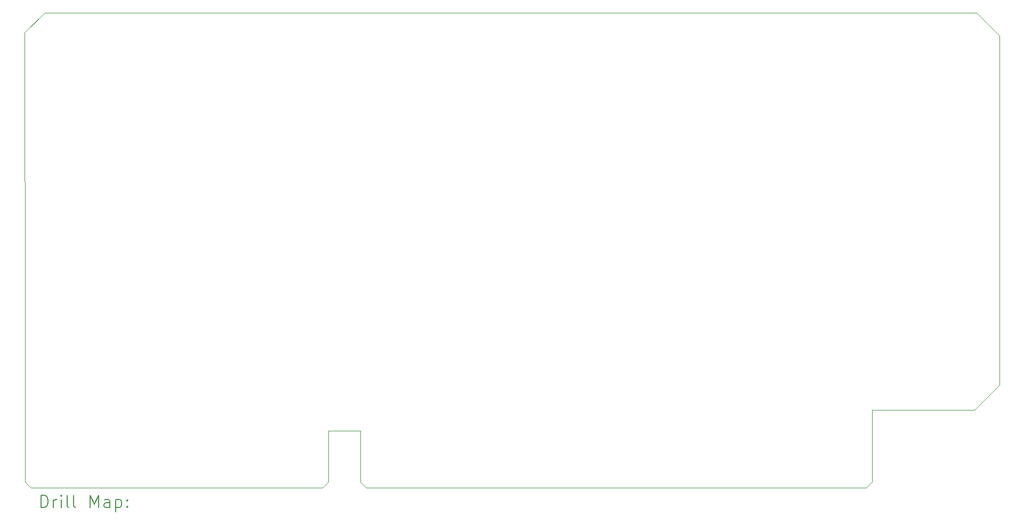
<source format=gbr>
%TF.GenerationSoftware,KiCad,Pcbnew,8.0.5-dirty*%
%TF.CreationDate,2025-01-02T08:28:46-08:00*%
%TF.ProjectId,nightshade,6e696768-7473-4686-9164-652e6b696361,rev?*%
%TF.SameCoordinates,Original*%
%TF.FileFunction,Drillmap*%
%TF.FilePolarity,Positive*%
%FSLAX45Y45*%
G04 Gerber Fmt 4.5, Leading zero omitted, Abs format (unit mm)*
G04 Created by KiCad (PCBNEW 8.0.5-dirty) date 2025-01-02 08:28:46*
%MOMM*%
%LPD*%
G01*
G04 APERTURE LIST*
%ADD10C,0.050000*%
%ADD11C,0.200000*%
G04 APERTURE END LIST*
D10*
X23710000Y-8545000D02*
X23710000Y-14100000D01*
X23315000Y-14495000D01*
X21687500Y-14495000D01*
X21687500Y-15640000D01*
X21592500Y-15735000D01*
X13655000Y-15735000D01*
X13560000Y-15640000D01*
X13560000Y-14825000D01*
X13052500Y-14825000D01*
X13052500Y-15640000D01*
X12957500Y-15735000D01*
X8324998Y-15735000D01*
X8230000Y-15640002D01*
X8230000Y-13199962D01*
X8224013Y-8494479D01*
X8542360Y-8180000D01*
X23345000Y-8180000D01*
X23710000Y-8545000D01*
D11*
X8482290Y-16048984D02*
X8482290Y-15848984D01*
X8482290Y-15848984D02*
X8529909Y-15848984D01*
X8529909Y-15848984D02*
X8558481Y-15858508D01*
X8558481Y-15858508D02*
X8577528Y-15877555D01*
X8577528Y-15877555D02*
X8587052Y-15896603D01*
X8587052Y-15896603D02*
X8596576Y-15934698D01*
X8596576Y-15934698D02*
X8596576Y-15963269D01*
X8596576Y-15963269D02*
X8587052Y-16001365D01*
X8587052Y-16001365D02*
X8577528Y-16020412D01*
X8577528Y-16020412D02*
X8558481Y-16039460D01*
X8558481Y-16039460D02*
X8529909Y-16048984D01*
X8529909Y-16048984D02*
X8482290Y-16048984D01*
X8682290Y-16048984D02*
X8682290Y-15915650D01*
X8682290Y-15953746D02*
X8691814Y-15934698D01*
X8691814Y-15934698D02*
X8701338Y-15925174D01*
X8701338Y-15925174D02*
X8720385Y-15915650D01*
X8720385Y-15915650D02*
X8739433Y-15915650D01*
X8806100Y-16048984D02*
X8806100Y-15915650D01*
X8806100Y-15848984D02*
X8796576Y-15858508D01*
X8796576Y-15858508D02*
X8806100Y-15868031D01*
X8806100Y-15868031D02*
X8815624Y-15858508D01*
X8815624Y-15858508D02*
X8806100Y-15848984D01*
X8806100Y-15848984D02*
X8806100Y-15868031D01*
X8929909Y-16048984D02*
X8910862Y-16039460D01*
X8910862Y-16039460D02*
X8901338Y-16020412D01*
X8901338Y-16020412D02*
X8901338Y-15848984D01*
X9034671Y-16048984D02*
X9015624Y-16039460D01*
X9015624Y-16039460D02*
X9006100Y-16020412D01*
X9006100Y-16020412D02*
X9006100Y-15848984D01*
X9263243Y-16048984D02*
X9263243Y-15848984D01*
X9263243Y-15848984D02*
X9329909Y-15991841D01*
X9329909Y-15991841D02*
X9396576Y-15848984D01*
X9396576Y-15848984D02*
X9396576Y-16048984D01*
X9577528Y-16048984D02*
X9577528Y-15944222D01*
X9577528Y-15944222D02*
X9568005Y-15925174D01*
X9568005Y-15925174D02*
X9548957Y-15915650D01*
X9548957Y-15915650D02*
X9510862Y-15915650D01*
X9510862Y-15915650D02*
X9491814Y-15925174D01*
X9577528Y-16039460D02*
X9558481Y-16048984D01*
X9558481Y-16048984D02*
X9510862Y-16048984D01*
X9510862Y-16048984D02*
X9491814Y-16039460D01*
X9491814Y-16039460D02*
X9482290Y-16020412D01*
X9482290Y-16020412D02*
X9482290Y-16001365D01*
X9482290Y-16001365D02*
X9491814Y-15982317D01*
X9491814Y-15982317D02*
X9510862Y-15972793D01*
X9510862Y-15972793D02*
X9558481Y-15972793D01*
X9558481Y-15972793D02*
X9577528Y-15963269D01*
X9672766Y-15915650D02*
X9672766Y-16115650D01*
X9672766Y-15925174D02*
X9691814Y-15915650D01*
X9691814Y-15915650D02*
X9729909Y-15915650D01*
X9729909Y-15915650D02*
X9748957Y-15925174D01*
X9748957Y-15925174D02*
X9758481Y-15934698D01*
X9758481Y-15934698D02*
X9768005Y-15953746D01*
X9768005Y-15953746D02*
X9768005Y-16010888D01*
X9768005Y-16010888D02*
X9758481Y-16029936D01*
X9758481Y-16029936D02*
X9748957Y-16039460D01*
X9748957Y-16039460D02*
X9729909Y-16048984D01*
X9729909Y-16048984D02*
X9691814Y-16048984D01*
X9691814Y-16048984D02*
X9672766Y-16039460D01*
X9853719Y-16029936D02*
X9863243Y-16039460D01*
X9863243Y-16039460D02*
X9853719Y-16048984D01*
X9853719Y-16048984D02*
X9844195Y-16039460D01*
X9844195Y-16039460D02*
X9853719Y-16029936D01*
X9853719Y-16029936D02*
X9853719Y-16048984D01*
X9853719Y-15925174D02*
X9863243Y-15934698D01*
X9863243Y-15934698D02*
X9853719Y-15944222D01*
X9853719Y-15944222D02*
X9844195Y-15934698D01*
X9844195Y-15934698D02*
X9853719Y-15925174D01*
X9853719Y-15925174D02*
X9853719Y-15944222D01*
M02*

</source>
